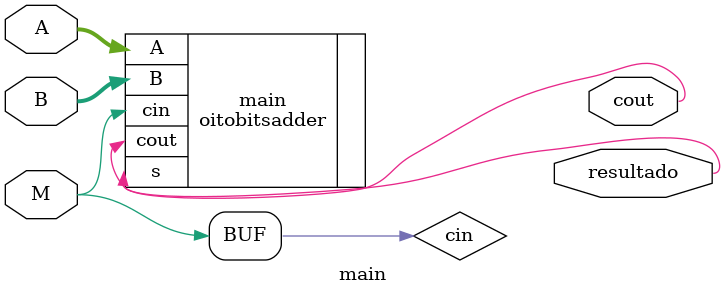
<source format=sv>
module main (
    // declarando as entradas de 8 bits A e B
    input logic [7:0] A, B,
    // declarando o sinal de controle M como uma entrada do bloco lógico  
    input logic M,
    // declarando a saída do somador/subtrator => resultado da operação
    output logic resultado, 
    // cout 
    output logic cout  
);
    // declarando os sinais intermediários: 
    logic [7:0] B_c2;  // sinal responsável por inverter cada bit da entrada "B"
    logic cin; // "cin" não será uma entrada mais sim um sinal intermediário. 
    // Isso acontece pq "cin" estará ligado à entrada de controle M, para somar + 1, para fazer o complemento de 2, logo, "cin = M"

    // CASO M = 1 -> INVERTE "B" [complemento de 2], SE NÃO -> B
    assign B_c2 = B ^ {8{M}};
    // implementando uma XOR pra cada bit de M, que será ou M = 00000000 (0) ou M = 11111111 (1) (precisa fazer isso para que a XOR consiga lidar com os 8 bits vindos de "B")
    assign cin = M;

    // INSTANCIANDO O 8-BITS ADDER/SUB, tendo como base o somador de 8-bits descrito anteriormente
    oitobitsadder main (
        .A(A),
        .B(B),
        .cin(cin),
        .s(resultado),
        .cout(cout)  
    );

endmodule
</source>
